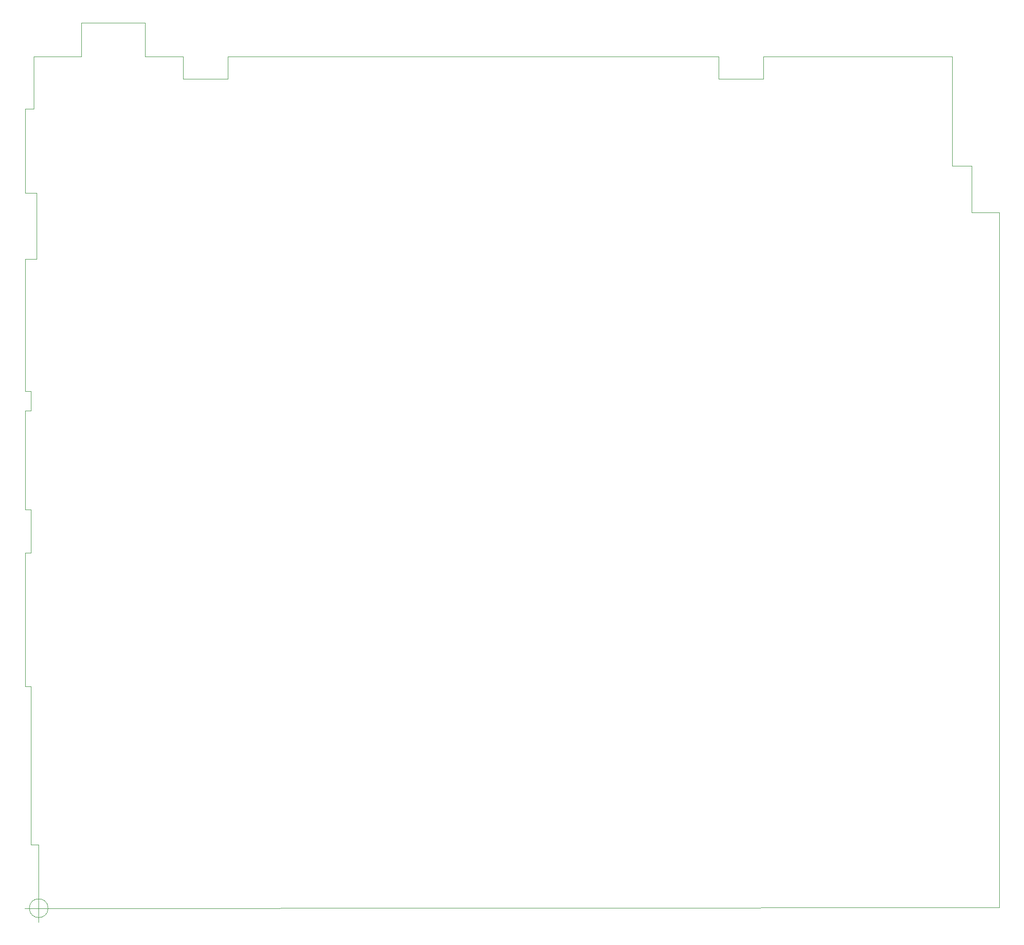
<source format=gm1>
G04 #@! TF.GenerationSoftware,KiCad,Pcbnew,(6.0.1)*
G04 #@! TF.CreationDate,2022-04-19T13:09:52-07:00*
G04 #@! TF.ProjectId,Motherboard,4d6f7468-6572-4626-9f61-72642e6b6963,rev?*
G04 #@! TF.SameCoordinates,Original*
G04 #@! TF.FileFunction,Profile,NP*
%FSLAX46Y46*%
G04 Gerber Fmt 4.6, Leading zero omitted, Abs format (unit mm)*
G04 Created by KiCad (PCBNEW (6.0.1)) date 2022-04-19 13:09:52*
%MOMM*%
%LPD*%
G01*
G04 APERTURE LIST*
G04 #@! TA.AperFunction,Profile*
%ADD10C,0.100000*%
G04 #@! TD*
G04 APERTURE END LIST*
D10*
X297890000Y-84800000D02*
X297890000Y-208600000D01*
X125500000Y-169200000D02*
X125500000Y-197400000D01*
X126500000Y-81300000D02*
X126500000Y-93100000D01*
X134500000Y-51000000D02*
X145800000Y-51000000D01*
X145800000Y-57000000D02*
X152600000Y-57000000D01*
X126500000Y-93100000D02*
X124500000Y-93100000D01*
X124500000Y-116600000D02*
X125500000Y-116600000D01*
X247900000Y-57000000D02*
X247900000Y-61000000D01*
X255900000Y-61000000D02*
X255900000Y-57000000D01*
X160600000Y-57000000D02*
X247900000Y-57000000D01*
X124500000Y-145400000D02*
X124500000Y-169200000D01*
X152600000Y-57000000D02*
X152600000Y-61000000D01*
X125500000Y-137700000D02*
X125500000Y-145400000D01*
X125500000Y-145400000D02*
X124500000Y-145400000D01*
X292950000Y-76500000D02*
X292950000Y-84800000D01*
X292950000Y-84800000D02*
X297890000Y-84800000D01*
X124500000Y-66300000D02*
X126000000Y-66300000D01*
X125500000Y-197400000D02*
X126900000Y-197400000D01*
X126900000Y-208700000D02*
X297890000Y-208600000D01*
X152600000Y-61000000D02*
X160600000Y-61000000D01*
X124500000Y-137700000D02*
X125500000Y-137700000D01*
X126900000Y-197400000D02*
X126900000Y-208700000D01*
X134500000Y-57000000D02*
X134500000Y-51000000D01*
X125500000Y-120100000D02*
X124500000Y-120100000D01*
X126000000Y-57000000D02*
X134500000Y-57000000D01*
X289500000Y-76500000D02*
X292950000Y-76500000D01*
X124500000Y-120100000D02*
X124500000Y-137700000D01*
X124600000Y-81300000D02*
X126500000Y-81300000D01*
X124500000Y-93100000D02*
X124500000Y-116600000D01*
X124500000Y-66300000D02*
X124500000Y-81300000D01*
X125500000Y-116600000D02*
X125500000Y-120100000D01*
X160600000Y-61000000D02*
X160600000Y-57000000D01*
X124500000Y-169200000D02*
X125500000Y-169200000D01*
X289500000Y-57000000D02*
X289500000Y-76500000D01*
X247900000Y-61000000D02*
X255900000Y-61000000D01*
X124500000Y-81300000D02*
X124600000Y-81300000D01*
X145800000Y-51000000D02*
X145800000Y-57000000D01*
X255900000Y-57000000D02*
X289500000Y-57000000D01*
X126000000Y-66300000D02*
X126000000Y-57000000D01*
X128566666Y-208700000D02*
G75*
G03*
X128566666Y-208700000I-1666666J0D01*
G01*
X124400000Y-208700000D02*
X129400000Y-208700000D01*
X126900000Y-206200000D02*
X126900000Y-211200000D01*
M02*

</source>
